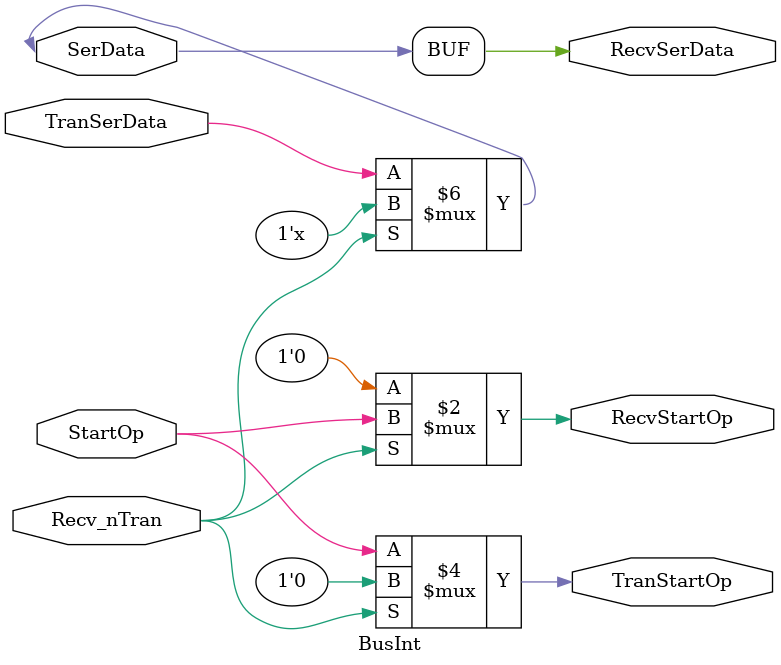
<source format=v>
/*
  busint.v

  This file takes care of the bus interface with the bidirectional bus
  
*/

`timescale 1ns/1ns
module BusInt(SerData, StartOp, Recv_nTran, RecvStartOp, TranStartOp, RecvSerData, TranSerData);
inout SerData;
input TranSerData, StartOp, Recv_nTran;
output RecvStartOp, TranStartOp, RecvSerData;

//Mux the StartOp Signal to the appropriate module based on what mode we are in
assign RecvStartOp = (Recv_nTran == 1'b1) ? StartOp : 1'b0;
assign TranStartOp = (Recv_nTran == 1'b0) ? StartOp : 1'b0;

//Create the tri-state drivers for the SerData line
assign SerData = (Recv_nTran == 1'b0) ? TranSerData : 1'bZ;
//assign RecvSerData = (Recv_nTran == 1'b1) ? SerData : 1'bZ;
assign RecvSerData = SerData;
  
endmodule
  
</source>
